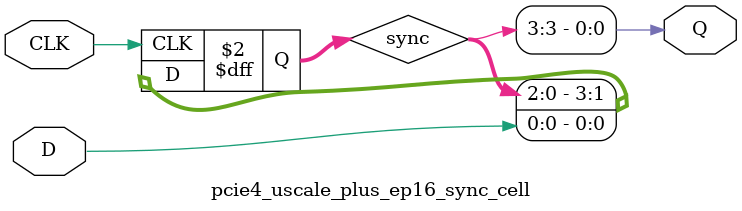
<source format=v>

`timescale 1ps / 1ps

(* DowngradeIPIdentifiedWarnings = "yes" *)
module pcie4_uscale_plus_ep16_sync_cell #
(
    parameter integer STAGE = 3
)
(
    //-------------------------------------------------------------------------- 
    //  Input Ports
    //-------------------------------------------------------------------------- 
    input                               CLK,
    input                               D,
    
    //-------------------------------------------------------------------------- 
    //  Output Ports
    //-------------------------------------------------------------------------- 
    output                              Q
);
    //-------------------------------------------------------------------------- 
    //  Synchronized Signals
    //--------------------------------------------------------------------------  
    (* ASYNC_REG = "TRUE", SHIFT_EXTRACT = "NO" *) reg [STAGE:0] sync;                                                            



//--------------------------------------------------------------------------------------------------
//  Synchronizier
//--------------------------------------------------------------------------------------------------
always @ (posedge CLK)
begin

    sync <= {sync[(STAGE-1):0], D};
            
end   



//--------------------------------------------------------------------------------------------------
//  Generate Output
//--------------------------------------------------------------------------------------------------
assign Q = sync[STAGE];



endmodule

</source>
